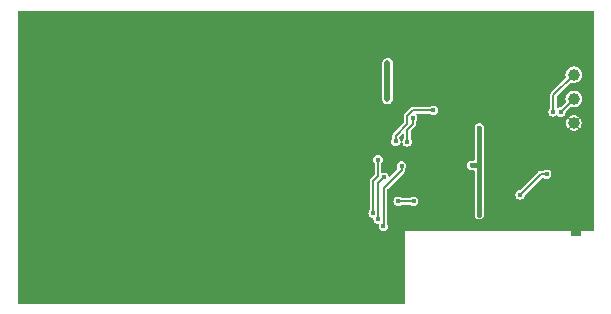
<source format=gbr>
%TF.GenerationSoftware,KiCad,Pcbnew,7.0.4-0*%
%TF.CreationDate,2024-03-15T14:37:27+08:00*%
%TF.ProjectId,hw,68772e6b-6963-4616-945f-706362585858,rev?*%
%TF.SameCoordinates,Original*%
%TF.FileFunction,Copper,L1,Top*%
%TF.FilePolarity,Positive*%
%FSLAX46Y46*%
G04 Gerber Fmt 4.6, Leading zero omitted, Abs format (unit mm)*
G04 Created by KiCad (PCBNEW 7.0.4-0) date 2024-03-15 14:37:27*
%MOMM*%
%LPD*%
G01*
G04 APERTURE LIST*
%TA.AperFunction,SMDPad,CuDef*%
%ADD10C,1.000000*%
%TD*%
%TA.AperFunction,ComponentPad*%
%ADD11R,0.900000X0.500000*%
%TD*%
%TA.AperFunction,ViaPad*%
%ADD12C,0.400000*%
%TD*%
%TA.AperFunction,Conductor*%
%ADD13C,0.203200*%
%TD*%
%TA.AperFunction,Conductor*%
%ADD14C,0.406400*%
%TD*%
%TA.AperFunction,Conductor*%
%ADD15C,0.152400*%
%TD*%
%TA.AperFunction,Conductor*%
%ADD16C,0.508000*%
%TD*%
G04 APERTURE END LIST*
D10*
%TO.P,TP6,1,1*%
%TO.N,/DBG_RX*%
X147700000Y-66020000D03*
%TD*%
%TO.P,TP5,1,1*%
%TO.N,/DBG_TX*%
X147700000Y-68070000D03*
%TD*%
%TO.P,TP7,1,1*%
%TO.N,GND*%
X147700000Y-70120000D03*
%TD*%
D11*
%TO.P,AE1,2*%
%TO.N,GND*%
X147900000Y-79400000D03*
%TD*%
D12*
%TO.N,GND*%
X125000000Y-61000000D03*
X129000000Y-85000000D03*
X117000000Y-61000000D03*
X101000000Y-81000000D03*
X141064000Y-71804000D03*
X137000000Y-79000000D03*
X146628223Y-77818223D03*
X113000000Y-85000000D03*
X136700000Y-71100000D03*
X144050000Y-77710000D03*
X134940000Y-68310000D03*
X111000000Y-85000000D03*
X101000000Y-75000000D03*
X133000000Y-61000000D03*
X143350000Y-71804000D03*
X127830000Y-70020000D03*
X117000000Y-85000000D03*
X138790000Y-70650000D03*
X146100000Y-72530000D03*
X145820000Y-77010000D03*
X144650000Y-70460000D03*
X125000000Y-85000000D03*
X143241777Y-76901777D03*
X145011777Y-76201777D03*
X119000000Y-85000000D03*
X133200000Y-75180000D03*
X134810000Y-69830000D03*
X113000000Y-61000000D03*
X149000000Y-71000000D03*
X127830000Y-78020000D03*
X127830000Y-80020000D03*
X149000000Y-61000000D03*
X121000000Y-85000000D03*
X101000000Y-85000000D03*
X101000000Y-65000000D03*
X135200000Y-70700000D03*
X132640000Y-63280000D03*
X123000000Y-85000000D03*
X101000000Y-69000000D03*
X123000000Y-61000000D03*
X147000000Y-61000000D03*
X131000000Y-85000000D03*
X109000000Y-85000000D03*
X146730000Y-71690000D03*
X130970000Y-71600000D03*
X107000000Y-61000000D03*
X143350000Y-72947000D03*
X141064000Y-72947000D03*
X107000000Y-85000000D03*
X132270000Y-76250000D03*
X127830000Y-76020000D03*
X115000000Y-61000000D03*
X101000000Y-83000000D03*
X132110000Y-70880000D03*
X147000000Y-79000000D03*
X131000000Y-61000000D03*
X149000000Y-65000000D03*
X145000000Y-61000000D03*
X129000000Y-61000000D03*
X139000000Y-79000000D03*
X135000000Y-61000000D03*
X111000000Y-61000000D03*
X142207000Y-71804000D03*
X101000000Y-67000000D03*
X149000000Y-77000000D03*
X101000000Y-71000000D03*
X133000000Y-83000000D03*
X141064000Y-74090000D03*
X127830000Y-68020000D03*
X145000000Y-79000000D03*
X149000000Y-73000000D03*
X101000000Y-61000000D03*
X143460000Y-68160000D03*
X133480000Y-66540000D03*
X143350000Y-74090000D03*
X105000000Y-85000000D03*
X149000000Y-63000000D03*
X134920000Y-66520000D03*
X101000000Y-79000000D03*
X144650000Y-78300000D03*
X137000000Y-61000000D03*
X127830000Y-66020000D03*
X127000000Y-61000000D03*
X101000000Y-77000000D03*
X149000000Y-79000000D03*
X127830000Y-74020000D03*
X115000000Y-85000000D03*
X145350000Y-68380000D03*
X101000000Y-63000000D03*
X103000000Y-61000000D03*
X101000000Y-73000000D03*
X142207000Y-74090000D03*
X142207000Y-72947000D03*
X132010000Y-69000000D03*
X127000000Y-85000000D03*
X109000000Y-61000000D03*
X133000000Y-85000000D03*
X149000000Y-69000000D03*
X141000000Y-79000000D03*
X105000000Y-61000000D03*
X134960000Y-71520000D03*
X143000000Y-79000000D03*
X119000000Y-61000000D03*
X133000000Y-79000000D03*
X135000000Y-79000000D03*
X103000000Y-85000000D03*
X121000000Y-61000000D03*
X146520000Y-68380000D03*
X149000000Y-67000000D03*
X127830000Y-72020000D03*
X133000000Y-81000000D03*
X149000000Y-75000000D03*
%TO.N,/MCU_VCC*%
X131570000Y-78860000D03*
X133110000Y-73720000D03*
X139700000Y-77870000D03*
X135810000Y-69040000D03*
X143160000Y-76190000D03*
X145395000Y-74455000D03*
X139700000Y-70520000D03*
X139040000Y-73700000D03*
X132630000Y-71680000D03*
%TO.N,/DBG_TX*%
X146590000Y-69190000D03*
%TO.N,/DBG_RX*%
X145950000Y-69160000D03*
%TO.N,/TFT_DC*%
X134132713Y-76752713D03*
X132830000Y-76750000D03*
%TO.N,/TFT_CS*%
X131110000Y-73210000D03*
X130710000Y-77750000D03*
%TO.N,Net-(Q1-B)*%
X133590000Y-71700000D03*
X134050000Y-69720000D03*
%TO.N,/TFT_RST*%
X131610000Y-74700000D03*
X131140000Y-78250000D03*
%TO.N,Net-(D1-K)*%
X131920000Y-68070000D03*
X131920000Y-65070000D03*
%TD*%
D13*
%TO.N,/MCU_VCC*%
X144895000Y-74455000D02*
X145395000Y-74455000D01*
X131570000Y-78860000D02*
X131594000Y-78836000D01*
D14*
X139700000Y-70520000D02*
X139700000Y-73720000D01*
D13*
X133596000Y-70217026D02*
X133596000Y-69531947D01*
X132630000Y-71183026D02*
X133596000Y-70217026D01*
D14*
X139040000Y-73700000D02*
X139680000Y-73700000D01*
D13*
X131594000Y-78836000D02*
X131594000Y-75596000D01*
X134087947Y-69040000D02*
X135810000Y-69040000D01*
D14*
X139680000Y-73700000D02*
X139700000Y-73720000D01*
D13*
X143160000Y-76190000D02*
X144895000Y-74455000D01*
X131594000Y-75596000D02*
X133110000Y-74080000D01*
X133596000Y-69531947D02*
X134087947Y-69040000D01*
D14*
X139700000Y-73720000D02*
X139700000Y-77870000D01*
D13*
X133110000Y-74080000D02*
X133110000Y-73720000D01*
X132630000Y-71680000D02*
X132630000Y-71183026D01*
D15*
%TO.N,/DBG_TX*%
X146590000Y-69190000D02*
X146590000Y-69180000D01*
X146590000Y-69180000D02*
X147700000Y-68070000D01*
%TO.N,/DBG_RX*%
X145950000Y-67770000D02*
X147700000Y-66020000D01*
X145950000Y-69160000D02*
X145950000Y-67770000D01*
%TO.N,/TFT_DC*%
X132830000Y-76750000D02*
X134130000Y-76750000D01*
X134130000Y-76750000D02*
X134132713Y-76752713D01*
%TO.N,/TFT_CS*%
X130710000Y-77750000D02*
X130710000Y-74993868D01*
X130710000Y-74993868D02*
X131110000Y-74593868D01*
X131110000Y-74593868D02*
X131110000Y-73210000D01*
%TO.N,Net-(Q1-B)*%
X133590000Y-70690000D02*
X133590000Y-71700000D01*
X134050000Y-69720000D02*
X134050000Y-70230000D01*
X134050000Y-70230000D02*
X133590000Y-70690000D01*
%TO.N,/TFT_RST*%
X131140000Y-78250000D02*
X131140000Y-75170000D01*
X131140000Y-75170000D02*
X131610000Y-74700000D01*
D16*
%TO.N,Net-(D1-K)*%
X131920000Y-65070000D02*
X131920000Y-68070000D01*
%TD*%
%TA.AperFunction,Conductor*%
%TO.N,GND*%
G36*
X149373138Y-60617593D02*
G01*
X149398858Y-60662142D01*
X149400000Y-60675200D01*
X149400000Y-79214800D01*
X149382407Y-79263138D01*
X149337858Y-79288858D01*
X149324800Y-79290000D01*
X133400000Y-79290000D01*
X133400000Y-85324800D01*
X133382407Y-85373138D01*
X133337858Y-85398858D01*
X133324800Y-85400000D01*
X100675200Y-85400000D01*
X100626862Y-85382407D01*
X100601142Y-85337858D01*
X100600000Y-85324800D01*
X100600000Y-77750000D01*
X130301268Y-77750000D01*
X130321273Y-77876306D01*
X130334377Y-77902024D01*
X130379329Y-77990247D01*
X130469753Y-78080671D01*
X130583693Y-78138726D01*
X130583695Y-78138727D01*
X130670576Y-78152487D01*
X130715565Y-78177425D01*
X130734000Y-78225448D01*
X130733085Y-78238523D01*
X130731268Y-78249996D01*
X130731268Y-78250001D01*
X130751273Y-78376306D01*
X130809329Y-78490246D01*
X130809329Y-78490247D01*
X130899753Y-78580671D01*
X131013693Y-78638726D01*
X131013695Y-78638727D01*
X131117572Y-78655179D01*
X131162561Y-78680117D01*
X131180996Y-78728141D01*
X131180081Y-78741217D01*
X131161268Y-78859999D01*
X131161268Y-78860000D01*
X131181273Y-78986306D01*
X131239329Y-79100247D01*
X131329753Y-79190671D01*
X131443693Y-79248726D01*
X131443695Y-79248727D01*
X131540718Y-79264094D01*
X131569999Y-79268732D01*
X131569999Y-79268731D01*
X131570000Y-79268732D01*
X131696305Y-79248727D01*
X131810247Y-79190671D01*
X131900671Y-79100247D01*
X131958727Y-78986305D01*
X131978732Y-78860000D01*
X131958727Y-78733695D01*
X131958726Y-78733693D01*
X131958726Y-78733692D01*
X131958726Y-78733691D01*
X131913555Y-78645040D01*
X131907495Y-78633146D01*
X131899299Y-78599012D01*
X131899299Y-76750000D01*
X132421268Y-76750000D01*
X132441273Y-76876306D01*
X132499329Y-76990247D01*
X132589753Y-77080671D01*
X132703693Y-77138726D01*
X132703695Y-77138727D01*
X132830000Y-77158732D01*
X132956305Y-77138727D01*
X133070247Y-77080671D01*
X133098992Y-77051926D01*
X133145612Y-77030186D01*
X133152166Y-77029900D01*
X133807834Y-77029900D01*
X133856172Y-77047493D01*
X133861008Y-77051926D01*
X133892466Y-77083384D01*
X134006406Y-77141439D01*
X134006408Y-77141440D01*
X134132713Y-77161445D01*
X134259018Y-77141440D01*
X134372960Y-77083384D01*
X134463384Y-76992960D01*
X134521440Y-76879018D01*
X134541445Y-76752713D01*
X134521440Y-76626408D01*
X134463384Y-76512466D01*
X134372960Y-76422042D01*
X134259018Y-76363986D01*
X134259020Y-76363986D01*
X134132713Y-76343981D01*
X134006406Y-76363986D01*
X133892465Y-76422042D01*
X133866434Y-76448074D01*
X133819814Y-76469814D01*
X133813260Y-76470100D01*
X133152166Y-76470100D01*
X133103828Y-76452507D01*
X133098992Y-76448074D01*
X133070247Y-76419329D01*
X132956305Y-76361273D01*
X132956307Y-76361273D01*
X132830000Y-76341268D01*
X132703693Y-76361273D01*
X132589752Y-76419329D01*
X132499329Y-76509752D01*
X132441273Y-76623693D01*
X132421268Y-76749999D01*
X132421268Y-76750000D01*
X131899299Y-76750000D01*
X131899299Y-75753605D01*
X131916892Y-75705268D01*
X131921314Y-75700443D01*
X133281989Y-74339768D01*
X133292000Y-74332568D01*
X133291611Y-74332053D01*
X133297166Y-74327857D01*
X133297171Y-74327855D01*
X133330305Y-74291507D01*
X133331457Y-74290300D01*
X133345883Y-74275876D01*
X133348424Y-74272165D01*
X133351645Y-74268098D01*
X133374067Y-74243504D01*
X133378738Y-74231443D01*
X133386820Y-74216114D01*
X133394124Y-74205453D01*
X133401742Y-74173058D01*
X133403278Y-74168098D01*
X133415300Y-74137070D01*
X133415300Y-74124141D01*
X133417298Y-74106922D01*
X133417303Y-74106900D01*
X133420257Y-74094343D01*
X133415661Y-74061394D01*
X133415300Y-74056193D01*
X133415300Y-74016766D01*
X133432893Y-73968428D01*
X133437326Y-73963592D01*
X133440671Y-73960247D01*
X133498727Y-73846305D01*
X133518732Y-73720000D01*
X133515564Y-73700000D01*
X138628028Y-73700000D01*
X138648191Y-73827307D01*
X138706708Y-73942152D01*
X138797847Y-74033291D01*
X138797849Y-74033292D01*
X138912692Y-74091808D01*
X138912694Y-74091809D01*
X139007976Y-74106900D01*
X139022515Y-74106900D01*
X139034279Y-74107826D01*
X139039999Y-74108732D01*
X139040000Y-74108732D01*
X139040001Y-74108732D01*
X139045721Y-74107826D01*
X139057485Y-74106900D01*
X139217900Y-74106900D01*
X139266238Y-74124493D01*
X139291958Y-74169042D01*
X139293100Y-74182100D01*
X139293100Y-77852515D01*
X139292174Y-77864279D01*
X139291268Y-77869998D01*
X139292174Y-77875718D01*
X139293100Y-77887484D01*
X139293100Y-77902026D01*
X139308191Y-77997307D01*
X139366708Y-78112152D01*
X139457847Y-78203291D01*
X139457849Y-78203292D01*
X139572692Y-78261808D01*
X139572694Y-78261809D01*
X139670487Y-78277297D01*
X139699999Y-78281972D01*
X139700000Y-78281972D01*
X139700001Y-78281972D01*
X139720164Y-78278778D01*
X139827306Y-78261809D01*
X139942151Y-78203292D01*
X140033292Y-78112151D01*
X140091809Y-77997306D01*
X140106900Y-77902024D01*
X140106900Y-77887484D01*
X140107826Y-77875718D01*
X140108732Y-77870000D01*
X140107826Y-77864279D01*
X140106900Y-77852515D01*
X140106900Y-76190000D01*
X142751268Y-76190000D01*
X142771273Y-76316306D01*
X142823766Y-76419329D01*
X142829329Y-76430247D01*
X142919753Y-76520671D01*
X143033693Y-76578726D01*
X143033695Y-76578727D01*
X143160000Y-76598732D01*
X143286305Y-76578727D01*
X143400247Y-76520671D01*
X143490671Y-76430247D01*
X143548727Y-76316305D01*
X143560576Y-76241490D01*
X143581673Y-76200084D01*
X144999432Y-74782326D01*
X145046053Y-74760586D01*
X145052607Y-74760300D01*
X145098234Y-74760300D01*
X145146572Y-74777893D01*
X145151408Y-74782326D01*
X145154753Y-74785671D01*
X145268693Y-74843726D01*
X145268695Y-74843727D01*
X145395000Y-74863732D01*
X145521305Y-74843727D01*
X145635247Y-74785671D01*
X145725671Y-74695247D01*
X145783727Y-74581305D01*
X145803732Y-74455000D01*
X145783727Y-74328695D01*
X145725671Y-74214753D01*
X145635247Y-74124329D01*
X145521305Y-74066273D01*
X145521307Y-74066273D01*
X145395000Y-74046268D01*
X145268693Y-74066273D01*
X145154752Y-74124329D01*
X145151408Y-74127674D01*
X145104788Y-74149414D01*
X145098234Y-74149700D01*
X144957069Y-74149700D01*
X144944897Y-74147715D01*
X144944809Y-74148352D01*
X144937912Y-74147389D01*
X144888804Y-74149660D01*
X144887068Y-74149700D01*
X144866709Y-74149700D01*
X144862291Y-74150524D01*
X144857128Y-74151122D01*
X144823892Y-74152660D01*
X144823889Y-74152661D01*
X144812060Y-74157884D01*
X144795514Y-74163008D01*
X144782802Y-74165385D01*
X144782803Y-74165385D01*
X144782798Y-74165387D01*
X144754525Y-74182893D01*
X144749915Y-74185323D01*
X144719475Y-74198764D01*
X144710329Y-74207910D01*
X144696747Y-74218668D01*
X144685759Y-74225472D01*
X144665711Y-74252018D01*
X144662289Y-74255950D01*
X143149916Y-75768323D01*
X143108507Y-75789423D01*
X143033696Y-75801272D01*
X143033691Y-75801274D01*
X142919752Y-75859329D01*
X142829329Y-75949752D01*
X142771273Y-76063693D01*
X142751268Y-76189999D01*
X142751268Y-76190000D01*
X140106900Y-76190000D01*
X140106900Y-70632781D01*
X147294980Y-70632781D01*
X147326673Y-70660858D01*
X147466958Y-70734484D01*
X147620787Y-70772400D01*
X147779213Y-70772400D01*
X147933044Y-70734484D01*
X147933045Y-70734483D01*
X148073325Y-70660859D01*
X148073326Y-70660858D01*
X148105019Y-70632781D01*
X147700001Y-70227763D01*
X147699999Y-70227763D01*
X147294980Y-70632780D01*
X147294980Y-70632781D01*
X140106900Y-70632781D01*
X140106900Y-70537484D01*
X140107826Y-70525718D01*
X140108732Y-70520000D01*
X140107826Y-70514279D01*
X140106900Y-70502515D01*
X140106900Y-70487980D01*
X140106900Y-70487976D01*
X140091809Y-70392694D01*
X140033292Y-70277849D01*
X140033291Y-70277847D01*
X139942152Y-70186708D01*
X139827306Y-70128191D01*
X139827308Y-70128191D01*
X139775585Y-70119999D01*
X147042808Y-70119999D01*
X147061906Y-70277279D01*
X147118083Y-70425409D01*
X147118085Y-70425411D01*
X147186993Y-70525243D01*
X147592236Y-70120001D01*
X147807763Y-70120001D01*
X148213005Y-70525243D01*
X148281913Y-70425413D01*
X148281916Y-70425409D01*
X148338093Y-70277279D01*
X148357191Y-70119999D01*
X148338093Y-69962720D01*
X148281916Y-69814590D01*
X148281911Y-69814582D01*
X148213005Y-69714755D01*
X147807763Y-70119998D01*
X147807763Y-70120001D01*
X147592236Y-70120001D01*
X147592237Y-70120000D01*
X147592237Y-70119999D01*
X147186993Y-69714755D01*
X147118085Y-69814586D01*
X147061906Y-69962720D01*
X147042808Y-70119999D01*
X139775585Y-70119999D01*
X139700001Y-70108028D01*
X139699999Y-70108028D01*
X139572692Y-70128191D01*
X139457847Y-70186708D01*
X139366708Y-70277847D01*
X139308191Y-70392692D01*
X139293100Y-70487973D01*
X139293100Y-70502515D01*
X139292174Y-70514279D01*
X139291268Y-70520000D01*
X139292174Y-70525718D01*
X139293100Y-70537484D01*
X139293100Y-73217900D01*
X139275507Y-73266238D01*
X139230958Y-73291958D01*
X139217900Y-73293100D01*
X139057485Y-73293100D01*
X139045721Y-73292174D01*
X139040001Y-73291268D01*
X139039999Y-73291268D01*
X139034279Y-73292174D01*
X139022515Y-73293100D01*
X139007973Y-73293100D01*
X138912692Y-73308191D01*
X138797847Y-73366708D01*
X138706708Y-73457847D01*
X138648191Y-73572692D01*
X138628028Y-73699999D01*
X138628028Y-73700000D01*
X133515564Y-73700000D01*
X133498727Y-73593695D01*
X133440671Y-73479753D01*
X133350247Y-73389329D01*
X133236305Y-73331273D01*
X133236307Y-73331273D01*
X133110000Y-73311268D01*
X132983693Y-73331273D01*
X132869752Y-73389329D01*
X132779329Y-73479752D01*
X132721273Y-73593693D01*
X132701268Y-73719999D01*
X132701268Y-73720000D01*
X132721273Y-73846306D01*
X132760825Y-73923930D01*
X132767094Y-73974986D01*
X132746995Y-74011244D01*
X132128493Y-74629746D01*
X132081873Y-74651486D01*
X132032186Y-74638172D01*
X132002681Y-74596035D01*
X132001050Y-74588363D01*
X131998727Y-74573695D01*
X131940671Y-74459753D01*
X131850247Y-74369329D01*
X131736305Y-74311273D01*
X131736307Y-74311273D01*
X131610000Y-74291268D01*
X131483695Y-74311273D01*
X131483694Y-74311273D01*
X131477850Y-74312199D01*
X131477404Y-74309387D01*
X131436906Y-74307960D01*
X131398690Y-74273527D01*
X131389900Y-74238245D01*
X131389900Y-73532166D01*
X131407493Y-73483828D01*
X131411926Y-73478991D01*
X131440671Y-73450247D01*
X131498727Y-73336305D01*
X131518732Y-73210000D01*
X131498727Y-73083695D01*
X131440671Y-72969753D01*
X131350247Y-72879329D01*
X131236305Y-72821273D01*
X131236307Y-72821273D01*
X131110000Y-72801268D01*
X130983693Y-72821273D01*
X130869752Y-72879329D01*
X130779329Y-72969752D01*
X130721273Y-73083693D01*
X130701268Y-73209999D01*
X130701268Y-73210000D01*
X130721273Y-73336306D01*
X130779329Y-73450247D01*
X130808074Y-73478992D01*
X130829814Y-73525612D01*
X130830100Y-73532166D01*
X130830100Y-74446780D01*
X130812507Y-74495118D01*
X130808074Y-74499955D01*
X130553036Y-74754992D01*
X130543515Y-74761846D01*
X130543960Y-74762436D01*
X130538401Y-74766633D01*
X130508085Y-74799887D01*
X130506888Y-74801141D01*
X130493740Y-74814290D01*
X130493737Y-74814294D01*
X130491539Y-74817502D01*
X130488307Y-74821582D01*
X130467904Y-74843964D01*
X130467900Y-74843970D01*
X130463879Y-74854348D01*
X130455802Y-74869671D01*
X130449514Y-74878850D01*
X130449513Y-74878853D01*
X130442581Y-74908329D01*
X130441039Y-74913307D01*
X130430100Y-74941546D01*
X130430100Y-74952671D01*
X130428103Y-74969886D01*
X130425556Y-74980715D01*
X130425556Y-74980718D01*
X130429739Y-75010704D01*
X130430100Y-75015905D01*
X130430100Y-77427834D01*
X130412507Y-77476172D01*
X130408074Y-77481008D01*
X130379329Y-77509752D01*
X130321273Y-77623693D01*
X130301268Y-77749999D01*
X130301268Y-77750000D01*
X100600000Y-77750000D01*
X100600000Y-71680000D01*
X132221268Y-71680000D01*
X132241273Y-71806306D01*
X132251463Y-71826305D01*
X132299329Y-71920247D01*
X132389753Y-72010671D01*
X132503693Y-72068726D01*
X132503695Y-72068727D01*
X132630000Y-72088732D01*
X132756305Y-72068727D01*
X132870247Y-72010671D01*
X132960671Y-71920247D01*
X133018727Y-71806305D01*
X133034142Y-71708978D01*
X133046079Y-71687443D01*
X133037764Y-71673604D01*
X133037315Y-71671058D01*
X133018727Y-71553695D01*
X132960671Y-71439753D01*
X132960670Y-71439752D01*
X132960669Y-71439750D01*
X132957326Y-71436407D01*
X132935586Y-71389787D01*
X132935300Y-71383233D01*
X132935300Y-71340633D01*
X132952893Y-71292295D01*
X132957314Y-71287470D01*
X133181726Y-71063057D01*
X133228345Y-71041319D01*
X133278032Y-71054633D01*
X133307537Y-71096770D01*
X133310099Y-71116233D01*
X133310099Y-71377832D01*
X133292506Y-71426170D01*
X133288075Y-71431005D01*
X133259329Y-71459751D01*
X133201273Y-71573693D01*
X133185857Y-71671021D01*
X133173919Y-71692556D01*
X133182234Y-71706394D01*
X133182690Y-71708979D01*
X133201273Y-71826306D01*
X133259329Y-71940247D01*
X133349753Y-72030671D01*
X133463693Y-72088726D01*
X133463695Y-72088727D01*
X133590000Y-72108732D01*
X133716305Y-72088727D01*
X133830247Y-72030671D01*
X133920671Y-71940247D01*
X133978727Y-71826305D01*
X133998732Y-71700000D01*
X133978727Y-71573695D01*
X133920671Y-71459753D01*
X133891926Y-71431008D01*
X133870186Y-71384388D01*
X133869900Y-71377834D01*
X133869900Y-70837085D01*
X133887493Y-70788747D01*
X133891915Y-70783923D01*
X134206960Y-70468877D01*
X134216486Y-70462027D01*
X134216038Y-70461433D01*
X134221595Y-70457235D01*
X134221599Y-70457234D01*
X134251931Y-70423960D01*
X134253063Y-70422774D01*
X134266258Y-70409581D01*
X134268461Y-70406363D01*
X134271697Y-70402278D01*
X134292098Y-70379901D01*
X134296117Y-70369523D01*
X134304197Y-70354194D01*
X134310486Y-70345016D01*
X134317418Y-70315537D01*
X134318961Y-70310559D01*
X134320778Y-70305868D01*
X134329900Y-70282322D01*
X134329900Y-70271192D01*
X134331897Y-70253975D01*
X134334443Y-70243151D01*
X134330261Y-70213167D01*
X134329900Y-70207967D01*
X134329900Y-70042166D01*
X134347493Y-69993828D01*
X134351926Y-69988991D01*
X134380671Y-69960247D01*
X134438727Y-69846305D01*
X134458732Y-69720000D01*
X134440869Y-69607217D01*
X147294980Y-69607217D01*
X147699999Y-70012237D01*
X147700001Y-70012237D01*
X148105018Y-69607218D01*
X148105018Y-69607217D01*
X148073326Y-69579141D01*
X147933041Y-69505515D01*
X147779213Y-69467600D01*
X147620787Y-69467600D01*
X147466955Y-69505515D01*
X147466954Y-69505516D01*
X147326675Y-69579139D01*
X147326669Y-69579143D01*
X147294980Y-69607216D01*
X147294980Y-69607217D01*
X134440869Y-69607217D01*
X134438727Y-69593695D01*
X134380671Y-69479753D01*
X134374592Y-69473674D01*
X134352852Y-69427054D01*
X134366166Y-69377367D01*
X134408303Y-69347862D01*
X134427766Y-69345300D01*
X135513234Y-69345300D01*
X135561572Y-69362893D01*
X135566408Y-69367326D01*
X135569753Y-69370671D01*
X135683693Y-69428726D01*
X135683695Y-69428727D01*
X135779202Y-69443854D01*
X135809999Y-69448732D01*
X135809999Y-69448731D01*
X135810000Y-69448732D01*
X135936305Y-69428727D01*
X136050247Y-69370671D01*
X136140671Y-69280247D01*
X136198727Y-69166305D01*
X136199726Y-69160000D01*
X145541268Y-69160000D01*
X145561273Y-69286306D01*
X145603124Y-69368443D01*
X145619329Y-69400247D01*
X145709753Y-69490671D01*
X145823693Y-69548726D01*
X145823695Y-69548727D01*
X145950000Y-69568732D01*
X146076305Y-69548727D01*
X146190247Y-69490671D01*
X146201825Y-69479092D01*
X146248444Y-69457352D01*
X146298131Y-69470664D01*
X146308174Y-69479092D01*
X146349753Y-69520671D01*
X146463693Y-69578726D01*
X146463695Y-69578727D01*
X146590000Y-69598732D01*
X146716305Y-69578727D01*
X146830247Y-69520671D01*
X146920671Y-69430247D01*
X146978727Y-69316305D01*
X146998732Y-69190000D01*
X146998731Y-69189998D01*
X146999218Y-69186928D01*
X147020316Y-69145520D01*
X147406128Y-68759708D01*
X147452747Y-68737969D01*
X147477294Y-68739867D01*
X147614555Y-68773700D01*
X147614558Y-68773700D01*
X147785442Y-68773700D01*
X147785445Y-68773700D01*
X147951368Y-68732803D01*
X148102683Y-68653387D01*
X148230595Y-68540066D01*
X148327671Y-68399427D01*
X148388270Y-68239643D01*
X148408868Y-68070000D01*
X148388270Y-67900357D01*
X148327671Y-67740573D01*
X148325569Y-67737528D01*
X148230598Y-67599938D01*
X148230594Y-67599933D01*
X148166065Y-67542765D01*
X148102683Y-67486613D01*
X148102680Y-67486611D01*
X147951370Y-67407198D01*
X147951369Y-67407197D01*
X147909887Y-67396972D01*
X147785445Y-67366300D01*
X147614555Y-67366300D01*
X147515001Y-67390838D01*
X147448630Y-67407197D01*
X147448629Y-67407198D01*
X147297319Y-67486611D01*
X147297318Y-67486612D01*
X147169405Y-67599933D01*
X147169401Y-67599938D01*
X147072331Y-67740568D01*
X147072328Y-67740574D01*
X147011730Y-67900355D01*
X147011729Y-67900357D01*
X147011730Y-67900357D01*
X146991132Y-68070000D01*
X147011730Y-68239643D01*
X147028252Y-68283207D01*
X147028943Y-68334641D01*
X147011113Y-68363047D01*
X146610715Y-68763445D01*
X146569306Y-68784545D01*
X146463693Y-68801273D01*
X146349746Y-68859332D01*
X146349293Y-68859662D01*
X146348851Y-68859788D01*
X146344480Y-68862016D01*
X146344046Y-68861165D01*
X146299844Y-68873834D01*
X146252854Y-68852905D01*
X146230311Y-68806668D01*
X146229900Y-68798818D01*
X146229900Y-67917085D01*
X146247493Y-67868747D01*
X146251915Y-67863922D01*
X147406128Y-66709708D01*
X147452747Y-66687969D01*
X147477294Y-66689867D01*
X147614555Y-66723700D01*
X147614558Y-66723700D01*
X147785442Y-66723700D01*
X147785445Y-66723700D01*
X147951368Y-66682803D01*
X148102683Y-66603387D01*
X148230595Y-66490066D01*
X148327671Y-66349427D01*
X148388270Y-66189643D01*
X148408868Y-66020000D01*
X148388270Y-65850357D01*
X148327671Y-65690573D01*
X148230595Y-65549934D01*
X148102683Y-65436613D01*
X148102680Y-65436611D01*
X147951370Y-65357198D01*
X147951369Y-65357197D01*
X147909887Y-65346972D01*
X147785445Y-65316300D01*
X147614555Y-65316300D01*
X147515001Y-65340838D01*
X147448630Y-65357197D01*
X147448629Y-65357198D01*
X147297319Y-65436611D01*
X147297318Y-65436612D01*
X147169405Y-65549933D01*
X147169401Y-65549938D01*
X147072331Y-65690568D01*
X147072328Y-65690574D01*
X147011730Y-65850355D01*
X147011729Y-65850357D01*
X147011730Y-65850357D01*
X146991132Y-66020000D01*
X147011730Y-66189643D01*
X147028252Y-66233207D01*
X147028943Y-66284641D01*
X147011113Y-66313047D01*
X145793038Y-67531122D01*
X145783515Y-67537979D01*
X145783960Y-67538568D01*
X145778401Y-67542765D01*
X145748085Y-67576019D01*
X145746888Y-67577273D01*
X145733740Y-67590422D01*
X145733737Y-67590426D01*
X145731539Y-67593634D01*
X145728307Y-67597714D01*
X145707904Y-67620096D01*
X145707900Y-67620102D01*
X145703879Y-67630480D01*
X145695802Y-67645803D01*
X145689514Y-67654982D01*
X145689513Y-67654985D01*
X145682581Y-67684461D01*
X145681039Y-67689439D01*
X145670100Y-67717678D01*
X145670100Y-67728803D01*
X145668103Y-67746018D01*
X145665556Y-67756847D01*
X145665556Y-67756850D01*
X145669739Y-67786836D01*
X145670100Y-67792037D01*
X145670100Y-68837832D01*
X145652507Y-68886170D01*
X145648075Y-68891006D01*
X145619329Y-68919752D01*
X145561273Y-69033693D01*
X145541268Y-69159999D01*
X145541268Y-69160000D01*
X136199726Y-69160000D01*
X136218732Y-69040000D01*
X136198727Y-68913695D01*
X136140671Y-68799753D01*
X136050247Y-68709329D01*
X135936305Y-68651273D01*
X135936307Y-68651273D01*
X135810000Y-68631268D01*
X135683693Y-68651273D01*
X135569752Y-68709329D01*
X135566408Y-68712674D01*
X135519788Y-68734414D01*
X135513234Y-68734700D01*
X134150016Y-68734700D01*
X134137844Y-68732715D01*
X134137756Y-68733352D01*
X134130860Y-68732389D01*
X134081761Y-68734660D01*
X134080024Y-68734700D01*
X134059658Y-68734700D01*
X134058640Y-68734890D01*
X134055238Y-68735525D01*
X134050072Y-68736123D01*
X134016841Y-68737661D01*
X134016838Y-68737662D01*
X134005010Y-68742884D01*
X133988461Y-68748008D01*
X133975751Y-68750384D01*
X133975749Y-68750385D01*
X133947465Y-68767898D01*
X133942854Y-68770328D01*
X133912421Y-68783766D01*
X133903279Y-68792908D01*
X133889697Y-68803666D01*
X133878706Y-68810472D01*
X133858655Y-68837022D01*
X133855233Y-68840954D01*
X133424008Y-69272178D01*
X133413998Y-69279384D01*
X133414385Y-69279896D01*
X133408825Y-69284094D01*
X133375710Y-69320419D01*
X133374513Y-69321673D01*
X133360120Y-69336066D01*
X133360115Y-69336072D01*
X133357575Y-69339780D01*
X133354345Y-69343856D01*
X133331932Y-69368442D01*
X133327260Y-69380502D01*
X133319183Y-69395825D01*
X133311877Y-69406491D01*
X133311875Y-69406496D01*
X133304260Y-69438875D01*
X133302718Y-69443854D01*
X133290700Y-69474878D01*
X133290700Y-69487801D01*
X133288703Y-69505017D01*
X133285743Y-69517602D01*
X133285743Y-69517603D01*
X133290339Y-69550548D01*
X133290700Y-69555750D01*
X133290700Y-70059418D01*
X133273107Y-70107756D01*
X133268674Y-70112592D01*
X132458008Y-70923257D01*
X132447998Y-70930463D01*
X132448385Y-70930975D01*
X132442825Y-70935173D01*
X132409710Y-70971498D01*
X132408513Y-70972752D01*
X132394120Y-70987145D01*
X132394115Y-70987151D01*
X132391575Y-70990859D01*
X132388345Y-70994935D01*
X132365932Y-71019521D01*
X132361260Y-71031581D01*
X132353183Y-71046904D01*
X132345877Y-71057570D01*
X132345875Y-71057575D01*
X132338260Y-71089954D01*
X132336718Y-71094933D01*
X132324700Y-71125957D01*
X132324700Y-71138880D01*
X132322703Y-71156096D01*
X132319743Y-71168681D01*
X132319743Y-71168682D01*
X132324339Y-71201627D01*
X132324700Y-71206829D01*
X132324700Y-71383233D01*
X132307107Y-71431571D01*
X132302674Y-71436407D01*
X132299330Y-71439750D01*
X132241273Y-71553693D01*
X132221268Y-71679999D01*
X132221268Y-71680000D01*
X100600000Y-71680000D01*
X100600000Y-68104298D01*
X131462300Y-68104298D01*
X131477694Y-68206433D01*
X131537559Y-68330745D01*
X131537560Y-68330747D01*
X131601287Y-68399427D01*
X131631405Y-68431886D01*
X131750895Y-68500874D01*
X131885410Y-68531576D01*
X132022998Y-68521265D01*
X132151435Y-68470857D01*
X132259308Y-68384832D01*
X132337031Y-68270832D01*
X132377700Y-68138987D01*
X132377700Y-65035699D01*
X132362306Y-64933567D01*
X132302441Y-64809256D01*
X132302440Y-64809255D01*
X132302440Y-64809254D01*
X132302439Y-64809252D01*
X132208594Y-64708113D01*
X132089105Y-64639126D01*
X131954590Y-64608424D01*
X131817002Y-64618734D01*
X131688563Y-64669143D01*
X131580691Y-64755168D01*
X131580687Y-64755173D01*
X131502972Y-64869162D01*
X131502967Y-64869171D01*
X131462300Y-65001013D01*
X131462300Y-68104298D01*
X100600000Y-68104298D01*
X100600000Y-60675200D01*
X100617593Y-60626862D01*
X100662142Y-60601142D01*
X100675200Y-60600000D01*
X149324800Y-60600000D01*
X149373138Y-60617593D01*
G37*
%TD.AperFunction*%
%TD*%
M02*

</source>
